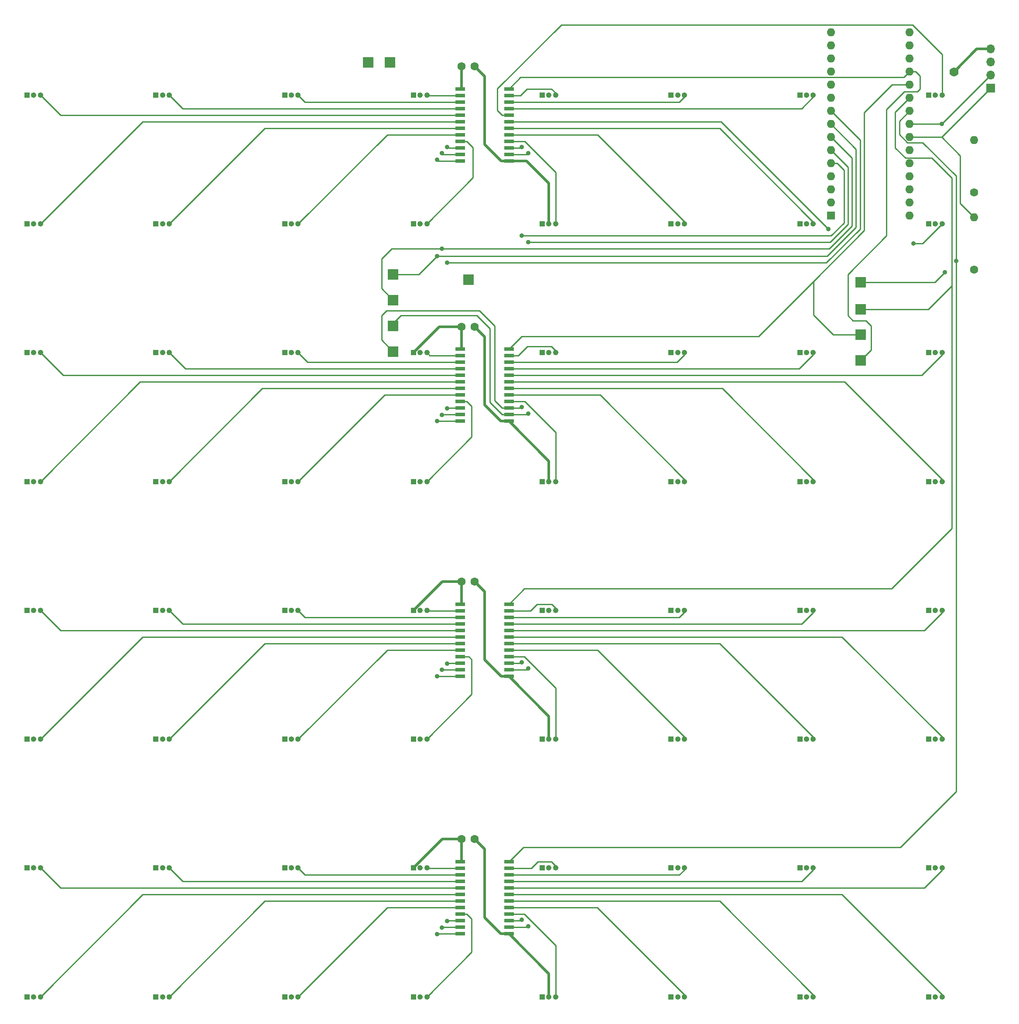
<source format=gbl>
G04 #@! TF.GenerationSoftware,KiCad,Pcbnew,8.0.8*
G04 #@! TF.CreationDate,2025-02-06T21:03:28-05:00*
G04 #@! TF.ProjectId,Chessboard Hardware,43686573-7362-46f6-9172-642048617264,1*
G04 #@! TF.SameCoordinates,Original*
G04 #@! TF.FileFunction,Copper,L2,Bot*
G04 #@! TF.FilePolarity,Positive*
%FSLAX46Y46*%
G04 Gerber Fmt 4.6, Leading zero omitted, Abs format (unit mm)*
G04 Created by KiCad (PCBNEW 8.0.8) date 2025-02-06 21:03:28*
%MOMM*%
%LPD*%
G01*
G04 APERTURE LIST*
G04 #@! TA.AperFunction,ComponentPad*
%ADD10R,1.080000X1.080000*%
G04 #@! TD*
G04 #@! TA.AperFunction,ComponentPad*
%ADD11C,1.080000*%
G04 #@! TD*
G04 #@! TA.AperFunction,ComponentPad*
%ADD12R,2.000000X2.000000*%
G04 #@! TD*
G04 #@! TA.AperFunction,ComponentPad*
%ADD13C,1.600000*%
G04 #@! TD*
G04 #@! TA.AperFunction,SMDPad,CuDef*
%ADD14R,1.950000X0.650000*%
G04 #@! TD*
G04 #@! TA.AperFunction,ComponentPad*
%ADD15O,1.600000X1.600000*%
G04 #@! TD*
G04 #@! TA.AperFunction,ComponentPad*
%ADD16R,1.600000X1.600000*%
G04 #@! TD*
G04 #@! TA.AperFunction,ComponentPad*
%ADD17R,1.700000X1.700000*%
G04 #@! TD*
G04 #@! TA.AperFunction,ComponentPad*
%ADD18O,1.700000X1.700000*%
G04 #@! TD*
G04 #@! TA.AperFunction,ViaPad*
%ADD19C,1.770000*%
G04 #@! TD*
G04 #@! TA.AperFunction,ViaPad*
%ADD20C,0.889000*%
G04 #@! TD*
G04 #@! TA.AperFunction,Conductor*
%ADD21C,0.508000*%
G04 #@! TD*
G04 #@! TA.AperFunction,Conductor*
%ADD22C,0.254000*%
G04 #@! TD*
G04 APERTURE END LIST*
D10*
X86200000Y-144200000D03*
D11*
X87500000Y-144200000D03*
X88800000Y-144200000D03*
D10*
X86200000Y-244195600D03*
D11*
X87500000Y-244195600D03*
X88800000Y-244195600D03*
D10*
X136200000Y-169200000D03*
D11*
X137500000Y-169200000D03*
X138800000Y-169200000D03*
D10*
X86200000Y-219200000D03*
D11*
X87500000Y-219200000D03*
X88800000Y-219200000D03*
D10*
X86200000Y-69200000D03*
D11*
X87500000Y-69200000D03*
X88800000Y-69200000D03*
D10*
X161200000Y-144200000D03*
D11*
X162500000Y-144200000D03*
X163800000Y-144200000D03*
D12*
X132250000Y-114000000D03*
D10*
X186200000Y-94200000D03*
D11*
X187500000Y-94200000D03*
X188800000Y-94200000D03*
D10*
X186200000Y-169200000D03*
D11*
X187500000Y-169200000D03*
X188800000Y-169200000D03*
D10*
X236200000Y-169200000D03*
D11*
X237500000Y-169200000D03*
X238800000Y-169200000D03*
D10*
X186200000Y-194200000D03*
D11*
X187500000Y-194200000D03*
X188800000Y-194200000D03*
D10*
X86200000Y-119200000D03*
D11*
X87500000Y-119200000D03*
X88800000Y-119200000D03*
D10*
X161200000Y-119200000D03*
D11*
X162500000Y-119200000D03*
X163800000Y-119200000D03*
D10*
X111200000Y-119200000D03*
D11*
X112500000Y-119200000D03*
X113800000Y-119200000D03*
D10*
X161200000Y-169200000D03*
D11*
X162500000Y-169200000D03*
X163800000Y-169200000D03*
D10*
X161200000Y-219200000D03*
D11*
X162500000Y-219200000D03*
X163800000Y-219200000D03*
D10*
X61200000Y-119200000D03*
D11*
X62500000Y-119200000D03*
X63800000Y-119200000D03*
D10*
X111200000Y-144200000D03*
D11*
X112500000Y-144200000D03*
X113800000Y-144200000D03*
D10*
X61200000Y-94200000D03*
D11*
X62500000Y-94200000D03*
X63800000Y-94200000D03*
D10*
X86200000Y-169195600D03*
D11*
X87500000Y-169195600D03*
X88800000Y-169195600D03*
D10*
X61200000Y-169195600D03*
D11*
X62500000Y-169195600D03*
X63800000Y-169195600D03*
D10*
X61200000Y-144200000D03*
D11*
X62500000Y-144200000D03*
X63800000Y-144200000D03*
D12*
X132250000Y-109000000D03*
D10*
X211200000Y-144200000D03*
D11*
X212500000Y-144200000D03*
X213800000Y-144200000D03*
D10*
X161200000Y-69200000D03*
D11*
X162500000Y-69200000D03*
X163800000Y-69200000D03*
D10*
X136200000Y-119200000D03*
D11*
X137500000Y-119200000D03*
X138800000Y-119200000D03*
D10*
X236200000Y-94200000D03*
D11*
X237500000Y-94200000D03*
X238800000Y-94200000D03*
D10*
X111200000Y-169195600D03*
D11*
X112500000Y-169195600D03*
X113800000Y-169195600D03*
D10*
X186200000Y-219200000D03*
D11*
X187500000Y-219200000D03*
X188800000Y-219200000D03*
D12*
X146900000Y-105000000D03*
D10*
X86200000Y-94200000D03*
D11*
X87500000Y-94200000D03*
X88800000Y-94200000D03*
D10*
X136200000Y-144200000D03*
D11*
X137500000Y-144200000D03*
X138800000Y-144200000D03*
D10*
X61200000Y-244195600D03*
D11*
X62500000Y-244195600D03*
X63800000Y-244195600D03*
D10*
X161200000Y-94200000D03*
D11*
X162500000Y-94200000D03*
X163800000Y-94200000D03*
D10*
X236200000Y-144200000D03*
D11*
X237500000Y-144200000D03*
X238800000Y-144200000D03*
D10*
X161200000Y-244200000D03*
D11*
X162500000Y-244200000D03*
X163800000Y-244200000D03*
D10*
X136200000Y-244195600D03*
D11*
X137500000Y-244195600D03*
X138800000Y-244195600D03*
D10*
X136200000Y-69200000D03*
D11*
X137500000Y-69200000D03*
X138800000Y-69200000D03*
D10*
X136200000Y-194200000D03*
D11*
X137500000Y-194200000D03*
X138800000Y-194200000D03*
D10*
X136200000Y-94200000D03*
D11*
X137500000Y-94200000D03*
X138800000Y-94200000D03*
D12*
X223000000Y-115700000D03*
X132250000Y-119000000D03*
D10*
X111200000Y-219200000D03*
D11*
X112500000Y-219200000D03*
X113800000Y-219200000D03*
D10*
X211200000Y-194200000D03*
D11*
X212500000Y-194200000D03*
X213800000Y-194200000D03*
D10*
X211200000Y-244200000D03*
D11*
X212500000Y-244200000D03*
X213800000Y-244200000D03*
D10*
X211200000Y-169200000D03*
D11*
X212500000Y-169200000D03*
X213800000Y-169200000D03*
D12*
X131600000Y-62900000D03*
D10*
X111200000Y-194200000D03*
D11*
X112500000Y-194200000D03*
X113800000Y-194200000D03*
D10*
X111200000Y-69200000D03*
D11*
X112500000Y-69200000D03*
X113800000Y-69200000D03*
D10*
X236200000Y-119200000D03*
D11*
X237500000Y-119200000D03*
X238800000Y-119200000D03*
D10*
X161200000Y-194200000D03*
D11*
X162500000Y-194200000D03*
X163800000Y-194200000D03*
D10*
X186200000Y-119200000D03*
D11*
X187500000Y-119200000D03*
X188800000Y-119200000D03*
D10*
X186200000Y-69200000D03*
D11*
X187500000Y-69200000D03*
X188800000Y-69200000D03*
D12*
X223000000Y-105500000D03*
X223000000Y-120700000D03*
D10*
X186200000Y-144200000D03*
D11*
X187500000Y-144200000D03*
X188800000Y-144200000D03*
D12*
X127400000Y-62900000D03*
D10*
X236200000Y-244200000D03*
D11*
X237500000Y-244200000D03*
X238800000Y-244200000D03*
D10*
X186200000Y-244200000D03*
D11*
X187500000Y-244200000D03*
X188800000Y-244200000D03*
D10*
X236200000Y-69200000D03*
D11*
X237500000Y-69200000D03*
X238800000Y-69200000D03*
D10*
X211200000Y-69200000D03*
D11*
X212500000Y-69200000D03*
X213800000Y-69200000D03*
D12*
X223000000Y-110750000D03*
D10*
X236200000Y-219200000D03*
D11*
X237500000Y-219200000D03*
X238800000Y-219200000D03*
D10*
X236200000Y-194200000D03*
D11*
X237500000Y-194200000D03*
X238800000Y-194200000D03*
D10*
X111200000Y-244200000D03*
D11*
X112500000Y-244200000D03*
X113800000Y-244200000D03*
D10*
X136200000Y-219200000D03*
D11*
X137500000Y-219200000D03*
X138800000Y-219200000D03*
D10*
X211200000Y-119200000D03*
D11*
X212500000Y-119200000D03*
X213800000Y-119200000D03*
D10*
X111200000Y-94200000D03*
D11*
X112500000Y-94200000D03*
X113800000Y-94200000D03*
D10*
X61200000Y-69200000D03*
D11*
X62500000Y-69200000D03*
X63800000Y-69200000D03*
D10*
X61200000Y-194200000D03*
D11*
X62500000Y-194200000D03*
X63800000Y-194200000D03*
D10*
X211200000Y-219200000D03*
D11*
X212500000Y-219200000D03*
X213800000Y-219200000D03*
D12*
X132250000Y-104000000D03*
D10*
X61200000Y-219195600D03*
D11*
X62500000Y-219195600D03*
X63800000Y-219195600D03*
D10*
X211200000Y-94200000D03*
D11*
X212500000Y-94200000D03*
X213800000Y-94200000D03*
D10*
X86200000Y-194195600D03*
D11*
X87500000Y-194195600D03*
X88800000Y-194195600D03*
D13*
X145550000Y-163600000D03*
X148050000Y-163600000D03*
X145550000Y-63600000D03*
X148050000Y-63600000D03*
D14*
X154725000Y-168015000D03*
X154725000Y-169285000D03*
X154725000Y-170555000D03*
X154725000Y-171825000D03*
X154725000Y-173095000D03*
X154725000Y-174365000D03*
X154725000Y-175635000D03*
X154725000Y-176905000D03*
X154725000Y-178175000D03*
X154725000Y-179445000D03*
X154725000Y-180715000D03*
X154725000Y-181985000D03*
X145275000Y-181985000D03*
X145275000Y-180715000D03*
X145275000Y-179445000D03*
X145275000Y-178175000D03*
X145275000Y-176905000D03*
X145275000Y-175635000D03*
X145275000Y-174365000D03*
X145275000Y-173095000D03*
X145275000Y-171825000D03*
X145275000Y-170555000D03*
X145275000Y-169285000D03*
X145275000Y-168015000D03*
D13*
X245000000Y-88080000D03*
D15*
X245000000Y-77920000D03*
D13*
X145550000Y-213600000D03*
X148050000Y-213600000D03*
X245000000Y-103080000D03*
D15*
X245000000Y-92920000D03*
D13*
X145550000Y-114200000D03*
X148050000Y-114200000D03*
D16*
X217250000Y-92620000D03*
D15*
X217250000Y-90080000D03*
X217250000Y-87540000D03*
X217250000Y-85000000D03*
X217250000Y-82460000D03*
X217250000Y-79920000D03*
X217250000Y-77380000D03*
X217250000Y-74840000D03*
X217250000Y-72300000D03*
X217250000Y-69760000D03*
X217250000Y-67220000D03*
X217250000Y-64680000D03*
X217250000Y-62140000D03*
X217250000Y-59600000D03*
X217250000Y-57060000D03*
X232490000Y-57060000D03*
X232490000Y-59600000D03*
X232490000Y-62140000D03*
X232490000Y-64680000D03*
X232490000Y-67220000D03*
X232490000Y-69760000D03*
X232490000Y-72300000D03*
X232490000Y-74840000D03*
X232490000Y-77380000D03*
X232490000Y-79920000D03*
X232490000Y-82460000D03*
X232490000Y-85000000D03*
X232490000Y-87540000D03*
X232490000Y-90080000D03*
X232490000Y-92620000D03*
D14*
X154725000Y-218015000D03*
X154725000Y-219285000D03*
X154725000Y-220555000D03*
X154725000Y-221825000D03*
X154725000Y-223095000D03*
X154725000Y-224365000D03*
X154725000Y-225635000D03*
X154725000Y-226905000D03*
X154725000Y-228175000D03*
X154725000Y-229445000D03*
X154725000Y-230715000D03*
X154725000Y-231985000D03*
X145275000Y-231985000D03*
X145275000Y-230715000D03*
X145275000Y-229445000D03*
X145275000Y-228175000D03*
X145275000Y-226905000D03*
X145275000Y-225635000D03*
X145275000Y-224365000D03*
X145275000Y-223095000D03*
X145275000Y-221825000D03*
X145275000Y-220555000D03*
X145275000Y-219285000D03*
X145275000Y-218015000D03*
X154725000Y-68015000D03*
X154725000Y-69285000D03*
X154725000Y-70555000D03*
X154725000Y-71825000D03*
X154725000Y-73095000D03*
X154725000Y-74365000D03*
X154725000Y-75635000D03*
X154725000Y-76905000D03*
X154725000Y-78175000D03*
X154725000Y-79445000D03*
X154725000Y-80715000D03*
X154725000Y-81985000D03*
X145275000Y-81985000D03*
X145275000Y-80715000D03*
X145275000Y-79445000D03*
X145275000Y-78175000D03*
X145275000Y-76905000D03*
X145275000Y-75635000D03*
X145275000Y-74365000D03*
X145275000Y-73095000D03*
X145275000Y-71825000D03*
X145275000Y-70555000D03*
X145275000Y-69285000D03*
X145275000Y-68015000D03*
X154725000Y-118515000D03*
X154725000Y-119785000D03*
X154725000Y-121055000D03*
X154725000Y-122325000D03*
X154725000Y-123595000D03*
X154725000Y-124865000D03*
X154725000Y-126135000D03*
X154725000Y-127405000D03*
X154725000Y-128675000D03*
X154725000Y-129945000D03*
X154725000Y-131215000D03*
X154725000Y-132485000D03*
X145275000Y-132485000D03*
X145275000Y-131215000D03*
X145275000Y-129945000D03*
X145275000Y-128675000D03*
X145275000Y-127405000D03*
X145275000Y-126135000D03*
X145275000Y-124865000D03*
X145275000Y-123595000D03*
X145275000Y-122325000D03*
X145275000Y-121055000D03*
X145275000Y-119785000D03*
X145275000Y-118515000D03*
D17*
X248200000Y-67900000D03*
D18*
X248200000Y-65360000D03*
X248200000Y-62820000D03*
X248200000Y-60280000D03*
D19*
X241100000Y-64700000D03*
D20*
X158500000Y-97750000D03*
X158500000Y-131000000D03*
X158500000Y-180500000D03*
X158500000Y-80500000D03*
X158500000Y-230500000D03*
X239300000Y-103600000D03*
X241500000Y-101400000D03*
X142750000Y-179500000D03*
X142750000Y-79250000D03*
X142750000Y-130000000D03*
X142750000Y-229500000D03*
X142750000Y-101750000D03*
X157250000Y-129750000D03*
X157250000Y-79250000D03*
X157250000Y-179250000D03*
X157250000Y-229250000D03*
X157250000Y-96500000D03*
X140750000Y-100500000D03*
X140750000Y-132500000D03*
X140750000Y-81750000D03*
X140750000Y-182000000D03*
X140750000Y-232000000D03*
X141750000Y-99000000D03*
X141750000Y-131250000D03*
X141750000Y-180750000D03*
X141750000Y-80500000D03*
X141750000Y-230750000D03*
X238720000Y-74840000D03*
X233250000Y-98000000D03*
X216750000Y-95250000D03*
D21*
X141800000Y-213600000D02*
X136200000Y-219200000D01*
X145550000Y-167740000D02*
X145275000Y-168015000D01*
X145550000Y-63600000D02*
X145550000Y-67740000D01*
X245520000Y-60280000D02*
X248200000Y-60280000D01*
X241100000Y-64700000D02*
X245520000Y-60280000D01*
X145550000Y-118240000D02*
X145275000Y-118515000D01*
X145550000Y-213600000D02*
X141800000Y-213600000D01*
X145550000Y-67740000D02*
X145275000Y-68015000D01*
X145550000Y-114200000D02*
X141200000Y-114200000D01*
X141800000Y-163600000D02*
X136200000Y-169200000D01*
X145550000Y-217740000D02*
X145275000Y-218015000D01*
X145550000Y-163600000D02*
X145550000Y-167740000D01*
X141200000Y-114200000D02*
X136200000Y-119200000D01*
X145550000Y-114200000D02*
X145550000Y-118240000D01*
X145550000Y-213600000D02*
X145550000Y-217740000D01*
X145550000Y-163600000D02*
X141800000Y-163600000D01*
D22*
X154725000Y-230715000D02*
X158285000Y-230715000D01*
X151000000Y-128790000D02*
X153425000Y-131215000D01*
X158285000Y-80715000D02*
X158500000Y-80500000D01*
X217250000Y-79920000D02*
X220500000Y-83170000D01*
X158285000Y-180715000D02*
X158500000Y-180500000D01*
X151000000Y-114500000D02*
X151000000Y-128790000D01*
X220500000Y-94300000D02*
X217050000Y-97750000D01*
X132250000Y-113500000D02*
X133750000Y-112000000D01*
X133750000Y-112000000D02*
X148500000Y-112000000D01*
X220500000Y-83170000D02*
X220500000Y-94300000D01*
X217050000Y-97750000D02*
X158500000Y-97750000D01*
X154725000Y-180715000D02*
X158285000Y-180715000D01*
X158285000Y-230715000D02*
X158500000Y-230500000D01*
X132250000Y-114000000D02*
X132250000Y-113500000D01*
X154725000Y-131215000D02*
X158285000Y-131215000D01*
X148500000Y-112000000D02*
X151000000Y-114500000D01*
X153425000Y-131215000D02*
X154725000Y-131215000D01*
X154725000Y-80715000D02*
X158285000Y-80715000D01*
X158285000Y-131215000D02*
X158500000Y-131000000D01*
X238720000Y-77380000D02*
X242300000Y-80960000D01*
X242300000Y-90220000D02*
X245000000Y-92920000D01*
X248200000Y-67900000D02*
X238720000Y-77380000D01*
X238720000Y-77380000D02*
X232490000Y-77380000D01*
X242300000Y-80960000D02*
X242300000Y-90220000D01*
X223000000Y-105500000D02*
X237400000Y-105500000D01*
X241500000Y-204346000D02*
X230673000Y-215173000D01*
X232490000Y-72300000D02*
X230500000Y-74290000D01*
X157567000Y-215173000D02*
X154725000Y-218015000D01*
X241500000Y-84900000D02*
X241500000Y-101400000D01*
X232065000Y-78407000D02*
X235007000Y-78407000D01*
X230500000Y-76842400D02*
X232065000Y-78407000D01*
X230673000Y-215173000D02*
X157567000Y-215173000D01*
X237400000Y-105500000D02*
X239300000Y-103600000D01*
X241500000Y-101400000D02*
X241500000Y-204346000D01*
X230500000Y-74290000D02*
X230500000Y-76842400D01*
X235007000Y-78407000D02*
X241500000Y-84900000D01*
X145275000Y-229445000D02*
X142805000Y-229445000D01*
X222900000Y-77950000D02*
X217250000Y-72300000D01*
X142805000Y-179445000D02*
X142750000Y-179500000D01*
X216350000Y-101750000D02*
X222900000Y-95200000D01*
X142805000Y-129945000D02*
X142750000Y-130000000D01*
X142805000Y-229445000D02*
X142750000Y-229500000D01*
X142750000Y-101750000D02*
X216350000Y-101750000D01*
X222900000Y-95200000D02*
X222900000Y-77950000D01*
X145275000Y-79445000D02*
X142945000Y-79445000D01*
X145275000Y-179445000D02*
X142805000Y-179445000D01*
X142945000Y-79445000D02*
X142750000Y-79250000D01*
X145275000Y-129945000D02*
X142805000Y-129945000D01*
X229000000Y-165000000D02*
X157740000Y-165000000D01*
X240700000Y-153300000D02*
X229000000Y-165000000D01*
X232490000Y-69760000D02*
X229700000Y-72550000D01*
X240700000Y-106200000D02*
X240700000Y-153300000D01*
X240700000Y-106200000D02*
X236150000Y-110750000D01*
X229700000Y-79450000D02*
X231683000Y-81433000D01*
X231683000Y-81433000D02*
X236833000Y-81433000D01*
X236833000Y-81433000D02*
X240700000Y-85300000D01*
X157740000Y-165000000D02*
X154725000Y-168015000D01*
X229700000Y-72550000D02*
X229700000Y-79450000D01*
X236150000Y-110750000D02*
X223000000Y-110750000D01*
X240700000Y-85300000D02*
X240700000Y-106200000D01*
X154725000Y-229445000D02*
X157055000Y-229445000D01*
X131000000Y-111000000D02*
X149000000Y-111000000D01*
X154725000Y-129945000D02*
X157055000Y-129945000D01*
X217250000Y-82460000D02*
X218460000Y-82460000D01*
X153425000Y-129945000D02*
X154725000Y-129945000D01*
X157055000Y-179445000D02*
X157250000Y-179250000D01*
X217250000Y-96500000D02*
X157250000Y-96500000D01*
X157055000Y-229445000D02*
X157250000Y-229250000D01*
X152000000Y-114000000D02*
X152000000Y-128520000D01*
X130000000Y-112000000D02*
X131000000Y-111000000D01*
X157055000Y-129945000D02*
X157250000Y-129750000D01*
X218460000Y-82460000D02*
X219750000Y-83750000D01*
X132250000Y-119000000D02*
X130000000Y-116750000D01*
X130000000Y-116750000D02*
X130000000Y-112000000D01*
X219750000Y-83750000D02*
X219750000Y-94000000D01*
X152000000Y-128520000D02*
X153425000Y-129945000D01*
X154725000Y-179445000D02*
X157055000Y-179445000D01*
X154725000Y-79445000D02*
X157055000Y-79445000D01*
X149000000Y-111000000D02*
X152000000Y-114000000D01*
X157055000Y-79445000D02*
X157250000Y-79250000D01*
X219750000Y-94000000D02*
X217250000Y-96500000D01*
X213850000Y-111850000D02*
X213850000Y-105350000D01*
X223700000Y-72590000D02*
X223700000Y-95500000D01*
X203200000Y-116000000D02*
X157240000Y-116000000D01*
X223000000Y-115700000D02*
X217700000Y-115700000D01*
X213850000Y-105350000D02*
X203200000Y-116000000D01*
X232490000Y-67220000D02*
X229070000Y-67220000D01*
X223700000Y-95500000D02*
X213850000Y-105350000D01*
X217700000Y-115700000D02*
X213850000Y-111850000D01*
X157240000Y-116000000D02*
X154725000Y-118515000D01*
X229070000Y-67220000D02*
X223700000Y-72590000D01*
X140985000Y-81985000D02*
X140750000Y-81750000D01*
X145275000Y-81985000D02*
X140985000Y-81985000D01*
X145275000Y-231985000D02*
X140765000Y-231985000D01*
X140765000Y-132485000D02*
X140750000Y-132500000D01*
X222100000Y-79690000D02*
X222100000Y-94900000D01*
X222100000Y-94900000D02*
X216500000Y-100500000D01*
X140765000Y-181985000D02*
X140750000Y-182000000D01*
X145275000Y-181985000D02*
X140765000Y-181985000D01*
X216500000Y-100500000D02*
X140750000Y-100500000D01*
X140765000Y-231985000D02*
X140750000Y-232000000D01*
X145275000Y-132485000D02*
X140765000Y-132485000D01*
X137250000Y-104000000D02*
X140750000Y-100500000D01*
X132250000Y-104000000D02*
X137250000Y-104000000D01*
X217250000Y-74840000D02*
X222100000Y-79690000D01*
X225000000Y-118700000D02*
X225000000Y-114000000D01*
X234000000Y-68500000D02*
X234500000Y-68000000D01*
X220500000Y-112000000D02*
X220500000Y-104000000D01*
X156990000Y-65750000D02*
X154725000Y-68015000D01*
X234500000Y-68000000D02*
X234500000Y-65500000D01*
X221500000Y-113000000D02*
X220500000Y-112000000D01*
X228000000Y-96500000D02*
X228000000Y-72000000D01*
X223000000Y-120700000D02*
X225000000Y-118700000D01*
X234500000Y-65500000D02*
X233680000Y-64680000D01*
X225000000Y-114000000D02*
X224000000Y-113000000D01*
X228000000Y-72000000D02*
X231500000Y-68500000D01*
X231420000Y-65750000D02*
X156990000Y-65750000D01*
X224000000Y-113000000D02*
X221500000Y-113000000D01*
X233680000Y-64680000D02*
X232490000Y-64680000D01*
X231500000Y-68500000D02*
X234000000Y-68500000D01*
X232490000Y-64680000D02*
X231420000Y-65750000D01*
X220500000Y-104000000D02*
X228000000Y-96500000D01*
D21*
X150000000Y-116150000D02*
X150000000Y-129314000D01*
X154725000Y-231985000D02*
X162500000Y-239760000D01*
X154725000Y-181985000D02*
X162500000Y-189760000D01*
X148050000Y-114200000D02*
X150000000Y-116150000D01*
X162500000Y-189760000D02*
X162500000Y-194200000D01*
X153242000Y-181985000D02*
X154725000Y-181985000D01*
X153171000Y-231985000D02*
X154725000Y-231985000D01*
X154725000Y-81985000D02*
X158144000Y-81985000D01*
X162500000Y-140260000D02*
X162500000Y-144200000D01*
X148050000Y-213600000D02*
X150000000Y-215550000D01*
X153171000Y-132485000D02*
X154725000Y-132485000D01*
X148050000Y-63600000D02*
X150000000Y-65550000D01*
X158144000Y-81985000D02*
X162500000Y-86340800D01*
X150000000Y-178743000D02*
X153242000Y-181985000D01*
X150000000Y-228814000D02*
X153171000Y-231985000D01*
X150000000Y-165550000D02*
X150000000Y-178743000D01*
X162500000Y-239760000D02*
X162500000Y-244200000D01*
X150000000Y-129314000D02*
X153171000Y-132485000D01*
X150000000Y-78743000D02*
X153242000Y-81985000D01*
X153242000Y-81985000D02*
X154725000Y-81985000D01*
X150000000Y-65550000D02*
X150000000Y-78743000D01*
X150000000Y-215550000D02*
X150000000Y-228814000D01*
X162500000Y-86340800D02*
X162500000Y-94200000D01*
X154725000Y-132485000D02*
X162500000Y-140260000D01*
X148050000Y-163600000D02*
X150000000Y-165550000D01*
D22*
X132000000Y-99000000D02*
X141750000Y-99000000D01*
X141965000Y-80715000D02*
X141750000Y-80500000D01*
X130000000Y-106750000D02*
X130000000Y-101000000D01*
X145275000Y-80715000D02*
X141965000Y-80715000D01*
X221300000Y-81430000D02*
X217250000Y-77380000D01*
X221300000Y-94600000D02*
X221300000Y-81430000D01*
X145275000Y-230715000D02*
X141785000Y-230715000D01*
X145275000Y-131215000D02*
X141785000Y-131215000D01*
X141750000Y-99000000D02*
X216900000Y-99000000D01*
X132250000Y-109000000D02*
X130000000Y-106750000D01*
X130000000Y-101000000D02*
X132000000Y-99000000D01*
X216900000Y-99000000D02*
X221300000Y-94600000D01*
X141785000Y-230715000D02*
X141750000Y-230750000D01*
X145275000Y-180715000D02*
X141785000Y-180715000D01*
X141785000Y-180715000D02*
X141750000Y-180750000D01*
X141785000Y-131215000D02*
X141750000Y-131250000D01*
X238720000Y-74840000D02*
X232490000Y-74840000D01*
X248200000Y-65360000D02*
X238720000Y-74840000D01*
X157773200Y-78175000D02*
X163800000Y-84201800D01*
X154725000Y-78175000D02*
X157773200Y-78175000D01*
X163800000Y-84201800D02*
X163800000Y-94200000D01*
X188800000Y-93776000D02*
X188800000Y-94200000D01*
X171929000Y-76905000D02*
X188800000Y-93776000D01*
X154725000Y-76905000D02*
X171929000Y-76905000D01*
X154725000Y-75635000D02*
X195620600Y-75635000D01*
X213800000Y-93814400D02*
X213800000Y-94200000D01*
X195620600Y-75635000D02*
X213800000Y-93814400D01*
X235000000Y-98000000D02*
X238800000Y-94200000D01*
X233250000Y-98000000D02*
X235000000Y-98000000D01*
X195865000Y-74365000D02*
X216750000Y-95250000D01*
X154725000Y-74365000D02*
X195865000Y-74365000D01*
X152500000Y-67978500D02*
X164876100Y-55602400D01*
X152500000Y-72170000D02*
X152500000Y-67978500D01*
X154725000Y-73095000D02*
X153425000Y-73095000D01*
X233077400Y-55602400D02*
X238800000Y-61325000D01*
X238800000Y-61325000D02*
X238800000Y-69200000D01*
X153425000Y-73095000D02*
X152500000Y-72170000D01*
X164876100Y-55602400D02*
X233077400Y-55602400D01*
X213800000Y-69590500D02*
X213800000Y-69200000D01*
X211565500Y-71825000D02*
X213800000Y-69590500D01*
X154725000Y-71825000D02*
X211565500Y-71825000D01*
X188800000Y-69566000D02*
X188800000Y-69200000D01*
X187811000Y-70555000D02*
X188800000Y-69566000D01*
X154725000Y-70555000D02*
X187811000Y-70555000D01*
X158258100Y-68021100D02*
X163010500Y-68021100D01*
X163010500Y-68021100D02*
X163800000Y-68810600D01*
X156994200Y-69285000D02*
X158258100Y-68021100D01*
X154725000Y-69285000D02*
X156994200Y-69285000D01*
X163800000Y-68810600D02*
X163800000Y-69200000D01*
X138885000Y-69285000D02*
X138800000Y-69200000D01*
X145275000Y-69285000D02*
X138885000Y-69285000D01*
X145275000Y-70555000D02*
X115155000Y-70555000D01*
X115155000Y-70555000D02*
X113800000Y-69200000D01*
X91425000Y-71825000D02*
X88800000Y-69200000D01*
X145275000Y-71825000D02*
X91425000Y-71825000D01*
X145275000Y-73095000D02*
X67695000Y-73095000D01*
X67695000Y-73095000D02*
X63800000Y-69200000D01*
X83635000Y-74365000D02*
X63800000Y-94200000D01*
X145275000Y-74365000D02*
X83635000Y-74365000D01*
X145275000Y-75635000D02*
X107365000Y-75635000D01*
X107365000Y-75635000D02*
X88800000Y-94200000D01*
X145275000Y-76905000D02*
X131095000Y-76905000D01*
X131095000Y-76905000D02*
X113800000Y-94200000D01*
X147750000Y-85250000D02*
X138800000Y-94200000D01*
X146575000Y-78175000D02*
X147750000Y-79350000D01*
X147750000Y-79350000D02*
X147750000Y-85250000D01*
X145275000Y-78175000D02*
X146575000Y-78175000D01*
X172429000Y-127405000D02*
X154725000Y-127405000D01*
X188800000Y-143776000D02*
X172429000Y-127405000D01*
X188800000Y-144200000D02*
X188800000Y-143776000D01*
X154725000Y-126135000D02*
X196159000Y-126135000D01*
X213800000Y-143776000D02*
X213800000Y-144200000D01*
X196159000Y-126135000D02*
X213800000Y-143776000D01*
X238800000Y-143776000D02*
X238800000Y-144200000D01*
X154725000Y-124865000D02*
X219889000Y-124865000D01*
X219889000Y-124865000D02*
X238800000Y-143776000D01*
X234820900Y-123595000D02*
X238800000Y-119615900D01*
X154725000Y-123595000D02*
X234820900Y-123595000D01*
X238800000Y-119615900D02*
X238800000Y-119200000D01*
X213800000Y-119575000D02*
X213800000Y-119200000D01*
X211050000Y-122325000D02*
X213800000Y-119575000D01*
X154725000Y-122325000D02*
X211050000Y-122325000D01*
X188800000Y-119632500D02*
X188800000Y-119200000D01*
X187377500Y-121055000D02*
X188800000Y-119632500D01*
X154725000Y-121055000D02*
X187377500Y-121055000D01*
X162950400Y-117984400D02*
X163800000Y-118834000D01*
X158294800Y-117984400D02*
X162950400Y-117984400D01*
X163800000Y-118834000D02*
X163800000Y-119200000D01*
X156494200Y-119785000D02*
X158294800Y-117984400D01*
X154725000Y-119785000D02*
X156494200Y-119785000D01*
X139385000Y-119785000D02*
X138800000Y-119200000D01*
X145275000Y-119785000D02*
X139385000Y-119785000D01*
X157773800Y-128675000D02*
X154725000Y-128675000D01*
X163800000Y-144200000D02*
X163800000Y-134701200D01*
X163800000Y-134701200D02*
X157773800Y-128675000D01*
X145275000Y-121055000D02*
X115655000Y-121055000D01*
X115655000Y-121055000D02*
X113800000Y-119200000D01*
X145275000Y-122325000D02*
X91925000Y-122325000D01*
X91925000Y-122325000D02*
X88800000Y-119200000D01*
X68195000Y-123595000D02*
X63800000Y-119200000D01*
X145275000Y-123595000D02*
X68195000Y-123595000D01*
X145275000Y-124865000D02*
X83135000Y-124865000D01*
X83135000Y-124865000D02*
X63800000Y-144200000D01*
X106865000Y-126135000D02*
X88800000Y-144200000D01*
X145275000Y-126135000D02*
X106865000Y-126135000D01*
X130595000Y-127405000D02*
X113800000Y-144200000D01*
X145275000Y-127405000D02*
X130595000Y-127405000D01*
X147500000Y-129600000D02*
X146575000Y-128675000D01*
X147500000Y-135500000D02*
X147500000Y-129600000D01*
X146575000Y-128675000D02*
X145275000Y-128675000D01*
X138800000Y-144200000D02*
X147500000Y-135500000D01*
X195659000Y-175635000D02*
X213800000Y-193776000D01*
X154725000Y-175635000D02*
X195659000Y-175635000D01*
X213800000Y-193776000D02*
X213800000Y-194200000D01*
X219389000Y-174365000D02*
X238800000Y-193776000D01*
X238800000Y-193776000D02*
X238800000Y-194200000D01*
X154725000Y-174365000D02*
X219389000Y-174365000D01*
X154725000Y-173095000D02*
X235320900Y-173095000D01*
X235320900Y-173095000D02*
X238800000Y-169615900D01*
X238800000Y-169615900D02*
X238800000Y-169200000D01*
X211565700Y-171825000D02*
X213800000Y-169590700D01*
X213800000Y-169590700D02*
X213800000Y-169200000D01*
X154725000Y-171825000D02*
X211565700Y-171825000D01*
X154725000Y-170555000D02*
X187811000Y-170555000D01*
X188800000Y-169566000D02*
X188800000Y-169200000D01*
X187811000Y-170555000D02*
X188800000Y-169566000D01*
X163020700Y-168015700D02*
X163800000Y-168795000D01*
X163800000Y-168795000D02*
X163800000Y-169200000D01*
X158924900Y-169285000D02*
X160194200Y-168015700D01*
X154725000Y-169285000D02*
X158924900Y-169285000D01*
X160194200Y-168015700D02*
X163020700Y-168015700D01*
X138885000Y-169285000D02*
X138800000Y-169200000D01*
X145275000Y-169285000D02*
X138885000Y-169285000D01*
X145275000Y-170555000D02*
X115159400Y-170555000D01*
X115159400Y-170555000D02*
X113800000Y-169195600D01*
X157723500Y-178175000D02*
X154725000Y-178175000D01*
X163800000Y-194200000D02*
X163800000Y-184251500D01*
X163800000Y-184251500D02*
X157723500Y-178175000D01*
X188800000Y-193776000D02*
X188800000Y-194200000D01*
X154725000Y-176905000D02*
X171929000Y-176905000D01*
X171929000Y-176905000D02*
X188800000Y-193776000D01*
X91429400Y-171825000D02*
X88800000Y-169195600D01*
X145275000Y-171825000D02*
X91429400Y-171825000D01*
X145275000Y-173095000D02*
X67699400Y-173095000D01*
X67699400Y-173095000D02*
X63800000Y-169195600D01*
X83635000Y-174365000D02*
X63800000Y-194200000D01*
X145275000Y-174365000D02*
X83635000Y-174365000D01*
X145275000Y-175635000D02*
X107360600Y-175635000D01*
X107360600Y-175635000D02*
X88800000Y-194195600D01*
X131095000Y-176905000D02*
X113800000Y-194200000D01*
X145275000Y-176905000D02*
X131095000Y-176905000D01*
X147500000Y-178750000D02*
X146925000Y-178175000D01*
X146925000Y-178175000D02*
X145275000Y-178175000D01*
X147500000Y-185500000D02*
X147500000Y-178750000D01*
X138800000Y-194200000D02*
X147500000Y-185500000D01*
X238800000Y-243776000D02*
X238800000Y-244200000D01*
X219389000Y-224365000D02*
X238800000Y-243776000D01*
X154725000Y-224365000D02*
X219389000Y-224365000D01*
X154725000Y-223095000D02*
X235320900Y-223095000D01*
X235320900Y-223095000D02*
X238800000Y-219615900D01*
X238800000Y-219615900D02*
X238800000Y-219200000D01*
X213800000Y-219590700D02*
X213800000Y-219200000D01*
X211565700Y-221825000D02*
X213800000Y-219590700D01*
X154725000Y-221825000D02*
X211565700Y-221825000D01*
X187811000Y-220555000D02*
X188800000Y-219566000D01*
X154725000Y-220555000D02*
X187811000Y-220555000D01*
X188800000Y-219566000D02*
X188800000Y-219200000D01*
X160377700Y-218005200D02*
X162999400Y-218005200D01*
X162999400Y-218005200D02*
X163800000Y-218805800D01*
X154725000Y-219285000D02*
X159097900Y-219285000D01*
X159097900Y-219285000D02*
X160377700Y-218005200D01*
X163800000Y-218805800D02*
X163800000Y-219200000D01*
X138885000Y-219285000D02*
X138800000Y-219200000D01*
X145275000Y-219285000D02*
X138885000Y-219285000D01*
X115155000Y-220555000D02*
X113800000Y-219200000D01*
X145275000Y-220555000D02*
X115155000Y-220555000D01*
X91425000Y-221825000D02*
X88800000Y-219200000D01*
X145275000Y-221825000D02*
X91425000Y-221825000D01*
X163800000Y-244200000D02*
X163800000Y-234253600D01*
X163800000Y-234253600D02*
X157721400Y-228175000D01*
X157721400Y-228175000D02*
X154725000Y-228175000D01*
X171880400Y-226905000D02*
X188800000Y-243824600D01*
X188800000Y-243824600D02*
X188800000Y-244200000D01*
X154725000Y-226905000D02*
X171880400Y-226905000D01*
X213800000Y-243776000D02*
X213800000Y-244200000D01*
X195659000Y-225635000D02*
X213800000Y-243776000D01*
X154725000Y-225635000D02*
X195659000Y-225635000D01*
X67699400Y-223095000D02*
X63800000Y-219195600D01*
X145275000Y-223095000D02*
X67699400Y-223095000D01*
X145275000Y-224365000D02*
X83630600Y-224365000D01*
X83630600Y-224365000D02*
X63800000Y-244195600D01*
X107360600Y-225635000D02*
X88800000Y-244195600D01*
X145275000Y-225635000D02*
X107360600Y-225635000D01*
X131095000Y-226905000D02*
X113800000Y-244200000D01*
X145275000Y-226905000D02*
X131095000Y-226905000D01*
X146575000Y-228175000D02*
X145275000Y-228175000D01*
X147500000Y-229100000D02*
X146575000Y-228175000D01*
X147500000Y-235495600D02*
X147500000Y-229100000D01*
X138800000Y-244195600D02*
X147500000Y-235495600D01*
M02*

</source>
